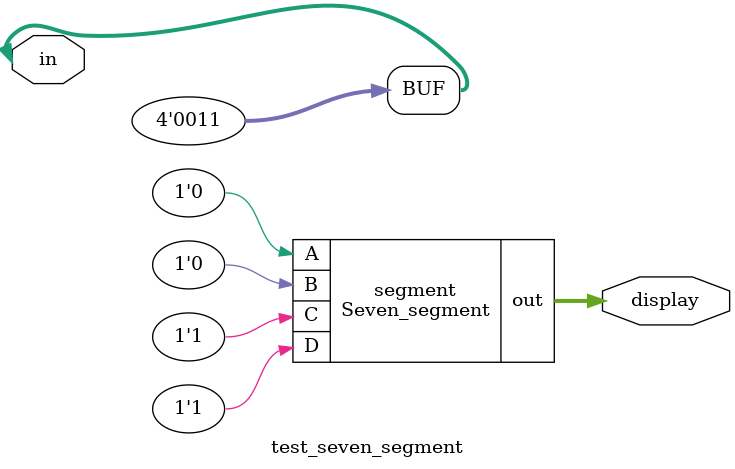
<source format=v>
module Seven_segment(input A, B, C, D, output [0:6] out);
assign out[0] = C | A | (B & D) | (~B & ~D);
assign out[1] = ~B | ( C & D) |( ~C & ~D);
assign out[2] = ~C | D | B;
assign out[3] =  A | (C & ~D) | (~B & C) |(~B & ~D) |(B &~C &D);
assign out[4] =  (C & ~D) | (~B & ~D);
assign out[5] = A | (~C & ~D) | (B & ~D) |( B & ~C);
assign out[6] = A | (C & ~D) | (~B & C) | (B& ~C);
endmodule
module test_seven_segment(input [0:3] in, output [0:6] display);
assign in = 4'b0011;
Seven_segment segment ( in[0], in[1], in[2], in[3] , display);
endmodule

</source>
